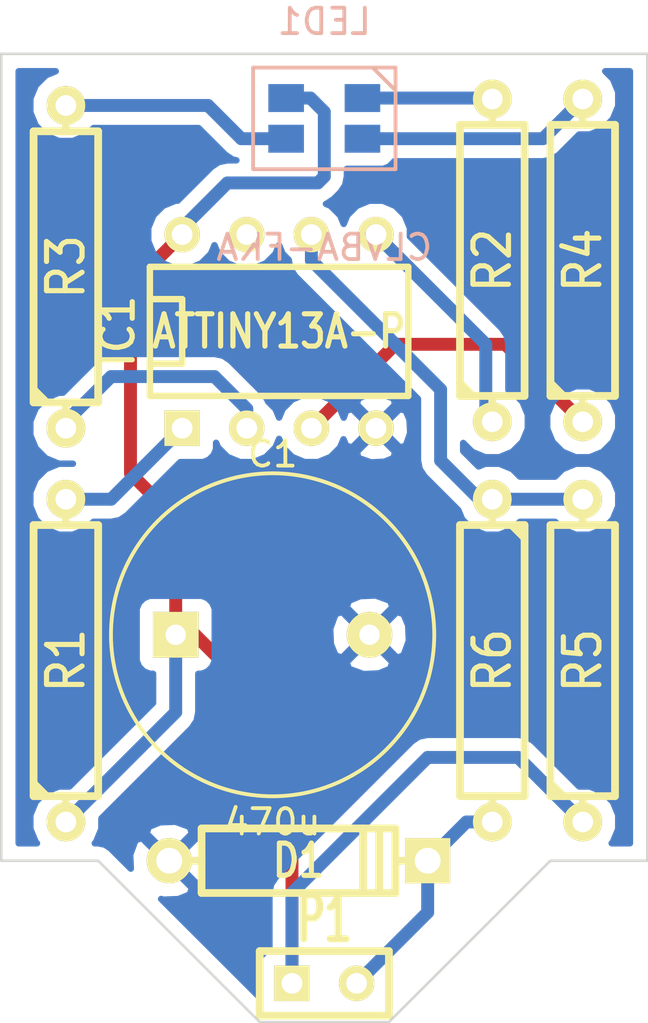
<source format=kicad_pcb>
(kicad_pcb (version 3) (host pcbnew "(2013-may-18)-stable")

  (general
    (links 18)
    (no_connects 0)
    (area 0 0 0 0)
    (thickness 1.6)
    (drawings 8)
    (tracks 50)
    (zones 0)
    (modules 11)
    (nets 12)
  )

  (page A3)
  (layers
    (15 F.Cu signal)
    (0 B.Cu signal)
    (16 B.Adhes user)
    (17 F.Adhes user)
    (18 B.Paste user)
    (19 F.Paste user)
    (20 B.SilkS user)
    (21 F.SilkS user)
    (22 B.Mask user)
    (23 F.Mask user)
    (24 Dwgs.User user)
    (25 Cmts.User user)
    (26 Eco1.User user)
    (27 Eco2.User user)
    (28 Edge.Cuts user)
  )

  (setup
    (last_trace_width 0.508)
    (trace_clearance 0.381)
    (zone_clearance 0.508)
    (zone_45_only no)
    (trace_min 0.254)
    (segment_width 0.2)
    (edge_width 0.1)
    (via_size 0.889)
    (via_drill 0.635)
    (via_min_size 0.889)
    (via_min_drill 0.508)
    (uvia_size 0.508)
    (uvia_drill 0.127)
    (uvias_allowed no)
    (uvia_min_size 0.508)
    (uvia_min_drill 0.127)
    (pcb_text_width 0.3)
    (pcb_text_size 1.5 1.5)
    (mod_edge_width 0.15)
    (mod_text_size 1 1)
    (mod_text_width 0.15)
    (pad_size 1.8 1.8)
    (pad_drill 0.8)
    (pad_to_mask_clearance 0)
    (aux_axis_origin 0 0)
    (visible_elements FFFFFFBF)
    (pcbplotparams
      (layerselection 3178497)
      (usegerberextensions true)
      (excludeedgelayer true)
      (linewidth 0.150000)
      (plotframeref false)
      (viasonmask false)
      (mode 1)
      (useauxorigin false)
      (hpglpennumber 1)
      (hpglpenspeed 20)
      (hpglpendiameter 15)
      (hpglpenoverlay 2)
      (psnegative false)
      (psa4output false)
      (plotreference true)
      (plotvalue true)
      (plotothertext true)
      (plotinvisibletext false)
      (padsonsilk false)
      (subtractmaskfromsilk false)
      (outputformat 1)
      (mirror false)
      (drillshape 1)
      (scaleselection 1)
      (outputdirectory ""))
  )

  (net 0 "")
  (net 1 /Vsense)
  (net 2 GND)
  (net 3 N-000001)
  (net 4 N-0000010)
  (net 5 N-0000011)
  (net 6 N-000002)
  (net 7 N-000004)
  (net 8 N-000007)
  (net 9 N-000008)
  (net 10 N-000009)
  (net 11 VCC)

  (net_class Default "This is the default net class."
    (clearance 0.381)
    (trace_width 0.508)
    (via_dia 0.889)
    (via_drill 0.635)
    (uvia_dia 0.508)
    (uvia_drill 0.127)
    (add_net "")
    (add_net /Vsense)
    (add_net GND)
    (add_net N-000001)
    (add_net N-0000010)
    (add_net N-0000011)
    (add_net N-000002)
    (add_net N-000004)
    (add_net N-000007)
    (add_net N-000008)
    (add_net N-000009)
    (add_net VCC)
  )

  (module SIL-2 (layer F.Cu) (tedit 200000) (tstamp 55282C58)
    (at 114.3 87.376)
    (descr "Connecteurs 2 pins")
    (tags "CONN DEV")
    (path /552817F0)
    (fp_text reference P1 (at 0 -2.54) (layer F.SilkS)
      (effects (font (size 1.72974 1.08712) (thickness 0.3048)))
    )
    (fp_text value CONN_2 (at 0 -2.54) (layer F.SilkS) hide
      (effects (font (size 1.524 1.016) (thickness 0.3048)))
    )
    (fp_line (start -2.54 1.27) (end -2.54 -1.27) (layer F.SilkS) (width 0.3048))
    (fp_line (start -2.54 -1.27) (end 2.54 -1.27) (layer F.SilkS) (width 0.3048))
    (fp_line (start 2.54 -1.27) (end 2.54 1.27) (layer F.SilkS) (width 0.3048))
    (fp_line (start 2.54 1.27) (end -2.54 1.27) (layer F.SilkS) (width 0.3048))
    (pad 1 thru_hole rect (at -1.27 0) (size 1.397 1.397) (drill 0.8128)
      (layers *.Cu *.Mask F.SilkS)
      (net 11 VCC)
    )
    (pad 2 thru_hole circle (at 1.27 0) (size 1.397 1.397) (drill 0.8128)
      (layers *.Cu *.Mask F.SilkS)
      (net 7 N-000004)
    )
  )

  (module R5 (layer F.Cu) (tedit 200000) (tstamp 55282C65)
    (at 120.904 74.676 270)
    (descr "Resistance 5 pas")
    (tags R)
    (path /5528183A)
    (autoplace_cost180 10)
    (fp_text reference R6 (at 0 0 270) (layer F.SilkS)
      (effects (font (size 1.397 1.27) (thickness 0.2032)))
    )
    (fp_text value 2K2 (at 0 0 270) (layer F.SilkS) hide
      (effects (font (size 1.397 1.27) (thickness 0.2032)))
    )
    (fp_line (start -6.35 0) (end -5.334 0) (layer F.SilkS) (width 0.3048))
    (fp_line (start 6.35 0) (end 5.334 0) (layer F.SilkS) (width 0.3048))
    (fp_line (start 5.334 -1.27) (end 5.334 1.27) (layer F.SilkS) (width 0.3048))
    (fp_line (start 5.334 1.27) (end -5.334 1.27) (layer F.SilkS) (width 0.3048))
    (fp_line (start -5.334 1.27) (end -5.334 -1.27) (layer F.SilkS) (width 0.3048))
    (fp_line (start -5.334 -1.27) (end 5.334 -1.27) (layer F.SilkS) (width 0.3048))
    (fp_line (start -5.334 -0.762) (end -4.826 -1.27) (layer F.SilkS) (width 0.3048))
    (pad 1 thru_hole circle (at -6.35 0 270) (size 1.524 1.524) (drill 0.8128)
      (layers *.Cu *.Mask F.SilkS)
      (net 1 /Vsense)
    )
    (pad 2 thru_hole circle (at 6.35 0 270) (size 1.524 1.524) (drill 0.8128)
      (layers *.Cu *.Mask F.SilkS)
      (net 7 N-000004)
    )
    (model discret/resistor.wrl
      (at (xyz 0 0 0))
      (scale (xyz 0.5 0.5 0.5))
      (rotate (xyz 0 0 0))
    )
  )

  (module R5 (layer F.Cu) (tedit 200000) (tstamp 55282C72)
    (at 124.46 74.676 90)
    (descr "Resistance 5 pas")
    (tags R)
    (path /55281849)
    (autoplace_cost180 10)
    (fp_text reference R5 (at 0 0 90) (layer F.SilkS)
      (effects (font (size 1.397 1.27) (thickness 0.2032)))
    )
    (fp_text value 8K2 (at 0 0 90) (layer F.SilkS) hide
      (effects (font (size 1.397 1.27) (thickness 0.2032)))
    )
    (fp_line (start -6.35 0) (end -5.334 0) (layer F.SilkS) (width 0.3048))
    (fp_line (start 6.35 0) (end 5.334 0) (layer F.SilkS) (width 0.3048))
    (fp_line (start 5.334 -1.27) (end 5.334 1.27) (layer F.SilkS) (width 0.3048))
    (fp_line (start 5.334 1.27) (end -5.334 1.27) (layer F.SilkS) (width 0.3048))
    (fp_line (start -5.334 1.27) (end -5.334 -1.27) (layer F.SilkS) (width 0.3048))
    (fp_line (start -5.334 -1.27) (end 5.334 -1.27) (layer F.SilkS) (width 0.3048))
    (fp_line (start -5.334 -0.762) (end -4.826 -1.27) (layer F.SilkS) (width 0.3048))
    (pad 1 thru_hole circle (at -6.35 0 90) (size 1.524 1.524) (drill 0.8128)
      (layers *.Cu *.Mask F.SilkS)
      (net 11 VCC)
    )
    (pad 2 thru_hole circle (at 6.35 0 90) (size 1.524 1.524) (drill 0.8128)
      (layers *.Cu *.Mask F.SilkS)
      (net 1 /Vsense)
    )
    (model discret/resistor.wrl
      (at (xyz 0 0 0))
      (scale (xyz 0.5 0.5 0.5))
      (rotate (xyz 0 0 0))
    )
  )

  (module R5 (layer F.Cu) (tedit 200000) (tstamp 55282C7F)
    (at 120.904 58.928 90)
    (descr "Resistance 5 pas")
    (tags R)
    (path /55281935)
    (autoplace_cost180 10)
    (fp_text reference R2 (at 0 0 90) (layer F.SilkS)
      (effects (font (size 1.397 1.27) (thickness 0.2032)))
    )
    (fp_text value R (at 0 0 90) (layer F.SilkS) hide
      (effects (font (size 1.397 1.27) (thickness 0.2032)))
    )
    (fp_line (start -6.35 0) (end -5.334 0) (layer F.SilkS) (width 0.3048))
    (fp_line (start 6.35 0) (end 5.334 0) (layer F.SilkS) (width 0.3048))
    (fp_line (start 5.334 -1.27) (end 5.334 1.27) (layer F.SilkS) (width 0.3048))
    (fp_line (start 5.334 1.27) (end -5.334 1.27) (layer F.SilkS) (width 0.3048))
    (fp_line (start -5.334 1.27) (end -5.334 -1.27) (layer F.SilkS) (width 0.3048))
    (fp_line (start -5.334 -1.27) (end 5.334 -1.27) (layer F.SilkS) (width 0.3048))
    (fp_line (start -5.334 -0.762) (end -4.826 -1.27) (layer F.SilkS) (width 0.3048))
    (pad 1 thru_hole circle (at -6.35 0 90) (size 1.524 1.524) (drill 0.8128)
      (layers *.Cu *.Mask F.SilkS)
      (net 6 N-000002)
    )
    (pad 2 thru_hole circle (at 6.35 0 90) (size 1.524 1.524) (drill 0.8128)
      (layers *.Cu *.Mask F.SilkS)
      (net 10 N-000009)
    )
    (model discret/resistor.wrl
      (at (xyz 0 0 0))
      (scale (xyz 0.5 0.5 0.5))
      (rotate (xyz 0 0 0))
    )
  )

  (module R5 (layer F.Cu) (tedit 200000) (tstamp 55282C8C)
    (at 104.14 59.182 90)
    (descr "Resistance 5 pas")
    (tags R)
    (path /55281944)
    (autoplace_cost180 10)
    (fp_text reference R3 (at 0 0 90) (layer F.SilkS)
      (effects (font (size 1.397 1.27) (thickness 0.2032)))
    )
    (fp_text value R (at 0 0 90) (layer F.SilkS) hide
      (effects (font (size 1.397 1.27) (thickness 0.2032)))
    )
    (fp_line (start -6.35 0) (end -5.334 0) (layer F.SilkS) (width 0.3048))
    (fp_line (start 6.35 0) (end 5.334 0) (layer F.SilkS) (width 0.3048))
    (fp_line (start 5.334 -1.27) (end 5.334 1.27) (layer F.SilkS) (width 0.3048))
    (fp_line (start 5.334 1.27) (end -5.334 1.27) (layer F.SilkS) (width 0.3048))
    (fp_line (start -5.334 1.27) (end -5.334 -1.27) (layer F.SilkS) (width 0.3048))
    (fp_line (start -5.334 -1.27) (end 5.334 -1.27) (layer F.SilkS) (width 0.3048))
    (fp_line (start -5.334 -0.762) (end -4.826 -1.27) (layer F.SilkS) (width 0.3048))
    (pad 1 thru_hole circle (at -6.35 0 90) (size 1.524 1.524) (drill 0.8128)
      (layers *.Cu *.Mask F.SilkS)
      (net 3 N-000001)
    )
    (pad 2 thru_hole circle (at 6.35 0 90) (size 1.524 1.524) (drill 0.8128)
      (layers *.Cu *.Mask F.SilkS)
      (net 9 N-000008)
    )
    (model discret/resistor.wrl
      (at (xyz 0 0 0))
      (scale (xyz 0.5 0.5 0.5))
      (rotate (xyz 0 0 0))
    )
  )

  (module R5 (layer F.Cu) (tedit 200000) (tstamp 55282C99)
    (at 124.46 58.928 90)
    (descr "Resistance 5 pas")
    (tags R)
    (path /55281953)
    (autoplace_cost180 10)
    (fp_text reference R4 (at 0 0 90) (layer F.SilkS)
      (effects (font (size 1.397 1.27) (thickness 0.2032)))
    )
    (fp_text value R (at 0 0 90) (layer F.SilkS) hide
      (effects (font (size 1.397 1.27) (thickness 0.2032)))
    )
    (fp_line (start -6.35 0) (end -5.334 0) (layer F.SilkS) (width 0.3048))
    (fp_line (start 6.35 0) (end 5.334 0) (layer F.SilkS) (width 0.3048))
    (fp_line (start 5.334 -1.27) (end 5.334 1.27) (layer F.SilkS) (width 0.3048))
    (fp_line (start 5.334 1.27) (end -5.334 1.27) (layer F.SilkS) (width 0.3048))
    (fp_line (start -5.334 1.27) (end -5.334 -1.27) (layer F.SilkS) (width 0.3048))
    (fp_line (start -5.334 -1.27) (end 5.334 -1.27) (layer F.SilkS) (width 0.3048))
    (fp_line (start -5.334 -0.762) (end -4.826 -1.27) (layer F.SilkS) (width 0.3048))
    (pad 1 thru_hole circle (at -6.35 0 90) (size 1.524 1.524) (drill 0.8128)
      (layers *.Cu *.Mask F.SilkS)
      (net 5 N-0000011)
    )
    (pad 2 thru_hole circle (at 6.35 0 90) (size 1.524 1.524) (drill 0.8128)
      (layers *.Cu *.Mask F.SilkS)
      (net 8 N-000007)
    )
    (model discret/resistor.wrl
      (at (xyz 0 0 0))
      (scale (xyz 0.5 0.5 0.5))
      (rotate (xyz 0 0 0))
    )
  )

  (module R5 (layer F.Cu) (tedit 200000) (tstamp 55282CA6)
    (at 104.14 74.676 90)
    (descr "Resistance 5 pas")
    (tags R)
    (path /552819EC)
    (autoplace_cost180 10)
    (fp_text reference R1 (at 0 0 90) (layer F.SilkS)
      (effects (font (size 1.397 1.27) (thickness 0.2032)))
    )
    (fp_text value 10K (at 0 0 90) (layer F.SilkS) hide
      (effects (font (size 1.397 1.27) (thickness 0.2032)))
    )
    (fp_line (start -6.35 0) (end -5.334 0) (layer F.SilkS) (width 0.3048))
    (fp_line (start 6.35 0) (end 5.334 0) (layer F.SilkS) (width 0.3048))
    (fp_line (start 5.334 -1.27) (end 5.334 1.27) (layer F.SilkS) (width 0.3048))
    (fp_line (start 5.334 1.27) (end -5.334 1.27) (layer F.SilkS) (width 0.3048))
    (fp_line (start -5.334 1.27) (end -5.334 -1.27) (layer F.SilkS) (width 0.3048))
    (fp_line (start -5.334 -1.27) (end 5.334 -1.27) (layer F.SilkS) (width 0.3048))
    (fp_line (start -5.334 -0.762) (end -4.826 -1.27) (layer F.SilkS) (width 0.3048))
    (pad 1 thru_hole circle (at -6.35 0 90) (size 1.524 1.524) (drill 0.8128)
      (layers *.Cu *.Mask F.SilkS)
      (net 11 VCC)
    )
    (pad 2 thru_hole circle (at 6.35 0 90) (size 1.524 1.524) (drill 0.8128)
      (layers *.Cu *.Mask F.SilkS)
      (net 4 N-0000010)
    )
    (model discret/resistor.wrl
      (at (xyz 0 0 0))
      (scale (xyz 0.5 0.5 0.5))
      (rotate (xyz 0 0 0))
    )
  )

  (module D4 (layer F.Cu) (tedit 200000) (tstamp 55282CB4)
    (at 113.284 82.55)
    (descr "Diode 4 pas")
    (tags "DIODE DEV")
    (path /55281544)
    (fp_text reference D1 (at 0 0) (layer F.SilkS)
      (effects (font (size 1.27 1.016) (thickness 0.2032)))
    )
    (fp_text value 1N4148 (at 0 0) (layer F.SilkS) hide
      (effects (font (size 1.27 1.016) (thickness 0.2032)))
    )
    (fp_line (start -3.81 -1.27) (end 3.81 -1.27) (layer F.SilkS) (width 0.3048))
    (fp_line (start 3.81 -1.27) (end 3.81 1.27) (layer F.SilkS) (width 0.3048))
    (fp_line (start 3.81 1.27) (end -3.81 1.27) (layer F.SilkS) (width 0.3048))
    (fp_line (start -3.81 1.27) (end -3.81 -1.27) (layer F.SilkS) (width 0.3048))
    (fp_line (start 3.175 -1.27) (end 3.175 1.27) (layer F.SilkS) (width 0.3048))
    (fp_line (start 2.54 1.27) (end 2.54 -1.27) (layer F.SilkS) (width 0.3048))
    (fp_line (start -3.81 0) (end -5.08 0) (layer F.SilkS) (width 0.3048))
    (fp_line (start 3.81 0) (end 5.08 0) (layer F.SilkS) (width 0.3048))
    (pad 1 thru_hole circle (at -5.08 0) (size 1.778 1.778) (drill 1.016)
      (layers *.Cu *.Mask F.SilkS)
      (net 2 GND)
    )
    (pad 2 thru_hole rect (at 5.08 0) (size 1.778 1.778) (drill 1.016)
      (layers *.Cu *.Mask F.SilkS)
      (net 7 N-000004)
    )
    (model discret/diode.wrl
      (at (xyz 0 0 0))
      (scale (xyz 0.4 0.4 0.4))
      (rotate (xyz 0 0 0))
    )
  )

  (module CP3V (layer F.Cu) (tedit 5528214F) (tstamp 55282CBB)
    (at 112.268 73.66)
    (path /55281535)
    (fp_text reference C1 (at 0 -7.112) (layer F.SilkS)
      (effects (font (size 1 1) (thickness 0.15)))
    )
    (fp_text value 470u (at 0 7.366) (layer F.SilkS)
      (effects (font (size 1 1) (thickness 0.15)))
    )
    (fp_circle (center 0 0) (end 6.35 0.254) (layer F.SilkS) (width 0.15))
    (pad 1 thru_hole rect (at -3.81 0) (size 1.8 1.8) (drill 0.8)
      (layers *.Cu *.Mask F.SilkS)
      (net 11 VCC)
    )
    (pad 2 thru_hole circle (at 3.81 0) (size 1.8 1.8) (drill 0.8)
      (layers *.Cu *.Mask F.SilkS)
      (net 2 GND)
    )
  )

  (module 4-PLCC (layer B.Cu) (tedit 55281F19) (tstamp 55282CC8)
    (at 114.3 53.34 180)
    (path /55281BE1)
    (fp_text reference LED1 (at 0 3.81 180) (layer B.SilkS)
      (effects (font (size 1 1) (thickness 0.15)) (justify mirror))
    )
    (fp_text value CLVBA-FKA (at 0 -5.08 180) (layer B.SilkS)
      (effects (font (size 1 1) (thickness 0.15)) (justify mirror))
    )
    (fp_line (start -2.8 1.1) (end -1.9 2) (layer B.SilkS) (width 0.15))
    (fp_line (start -2.8 2) (end 2.8 2) (layer B.SilkS) (width 0.15))
    (fp_line (start 2.8 2) (end 2.8 -2) (layer B.SilkS) (width 0.15))
    (fp_line (start 2.8 -2) (end -2.8 -2) (layer B.SilkS) (width 0.15))
    (fp_line (start -2.8 -2) (end -2.8 2) (layer B.SilkS) (width 0.15))
    (pad 1 smd rect (at -1.5 0.8 180) (size 1.4 1.1)
      (layers B.Cu B.Paste B.Mask)
      (net 10 N-000009)
    )
    (pad 2 smd rect (at 1.5 0.8 180) (size 1.4 1.1)
      (layers B.Cu B.Paste B.Mask)
      (net 11 VCC)
    )
    (pad 3 smd rect (at -1.5 -0.8 180) (size 1.4 1.1)
      (layers B.Cu B.Paste B.Mask)
      (net 8 N-000007)
    )
    (pad 4 smd rect (at 1.5 -0.8 180) (size 1.4 1.1)
      (layers B.Cu B.Paste B.Mask)
      (net 9 N-000008)
    )
  )

  (module DIP-8__300 (layer F.Cu) (tedit 43A7F843) (tstamp 55282CDB)
    (at 112.522 61.722)
    (descr "8 pins DIL package, round pads")
    (tags DIL)
    (path /552814F1)
    (fp_text reference IC1 (at -6.35 0 90) (layer F.SilkS)
      (effects (font (size 1.27 1.143) (thickness 0.2032)))
    )
    (fp_text value ATTINY13A-P (at 0 0) (layer F.SilkS)
      (effects (font (size 1.27 1.016) (thickness 0.2032)))
    )
    (fp_line (start -5.08 -1.27) (end -3.81 -1.27) (layer F.SilkS) (width 0.254))
    (fp_line (start -3.81 -1.27) (end -3.81 1.27) (layer F.SilkS) (width 0.254))
    (fp_line (start -3.81 1.27) (end -5.08 1.27) (layer F.SilkS) (width 0.254))
    (fp_line (start -5.08 -2.54) (end 5.08 -2.54) (layer F.SilkS) (width 0.254))
    (fp_line (start 5.08 -2.54) (end 5.08 2.54) (layer F.SilkS) (width 0.254))
    (fp_line (start 5.08 2.54) (end -5.08 2.54) (layer F.SilkS) (width 0.254))
    (fp_line (start -5.08 2.54) (end -5.08 -2.54) (layer F.SilkS) (width 0.254))
    (pad 1 thru_hole rect (at -3.81 3.81) (size 1.397 1.397) (drill 0.8128)
      (layers *.Cu *.Mask F.SilkS)
      (net 4 N-0000010)
    )
    (pad 2 thru_hole circle (at -1.27 3.81) (size 1.397 1.397) (drill 0.8128)
      (layers *.Cu *.Mask F.SilkS)
      (net 3 N-000001)
    )
    (pad 3 thru_hole circle (at 1.27 3.81) (size 1.397 1.397) (drill 0.8128)
      (layers *.Cu *.Mask F.SilkS)
      (net 5 N-0000011)
    )
    (pad 4 thru_hole circle (at 3.81 3.81) (size 1.397 1.397) (drill 0.8128)
      (layers *.Cu *.Mask F.SilkS)
      (net 2 GND)
    )
    (pad 5 thru_hole circle (at 3.81 -3.81) (size 1.397 1.397) (drill 0.8128)
      (layers *.Cu *.Mask F.SilkS)
      (net 6 N-000002)
    )
    (pad 6 thru_hole circle (at 1.27 -3.81) (size 1.397 1.397) (drill 0.8128)
      (layers *.Cu *.Mask F.SilkS)
      (net 1 /Vsense)
    )
    (pad 7 thru_hole circle (at -1.27 -3.81) (size 1.397 1.397) (drill 0.8128)
      (layers *.Cu *.Mask F.SilkS)
    )
    (pad 8 thru_hole circle (at -3.81 -3.81) (size 1.397 1.397) (drill 0.8128)
      (layers *.Cu *.Mask F.SilkS)
      (net 11 VCC)
    )
    (model dil/dil_8.wrl
      (at (xyz 0 0 0))
      (scale (xyz 1 1 1))
      (rotate (xyz 0 0 0))
    )
  )

  (gr_line (start 105.41 82.55) (end 101.6 82.55) (angle 90) (layer Edge.Cuts) (width 0.1))
  (gr_line (start 111.76 88.9) (end 105.41 82.55) (angle 90) (layer Edge.Cuts) (width 0.1))
  (gr_line (start 123.19 82.55) (end 127 82.55) (angle 90) (layer Edge.Cuts) (width 0.1))
  (gr_line (start 116.84 88.9) (end 123.19 82.55) (angle 90) (layer Edge.Cuts) (width 0.1))
  (gr_line (start 101.6 82.55) (end 101.6 50.8) (angle 90) (layer Edge.Cuts) (width 0.1))
  (gr_line (start 116.84 88.9) (end 111.76 88.9) (angle 90) (layer Edge.Cuts) (width 0.1))
  (gr_line (start 127 50.8) (end 127 82.55) (angle 90) (layer Edge.Cuts) (width 0.1))
  (gr_line (start 101.6 50.8) (end 127 50.8) (angle 90) (layer Edge.Cuts) (width 0.1))

  (segment (start 120.904 68.326) (end 120.396 68.326) (width 0.508) (layer B.Cu) (net 1))
  (segment (start 113.792 58.928) (end 113.792 57.912) (width 0.508) (layer B.Cu) (net 1) (tstamp 55282F40))
  (segment (start 118.872 64.008) (end 113.792 58.928) (width 0.508) (layer B.Cu) (net 1) (tstamp 55282F3E))
  (segment (start 118.872 66.802) (end 118.872 64.008) (width 0.508) (layer B.Cu) (net 1) (tstamp 55282F3D))
  (segment (start 120.396 68.326) (end 118.872 66.802) (width 0.508) (layer B.Cu) (net 1) (tstamp 55282F3C))
  (segment (start 124.46 68.326) (end 120.904 68.326) (width 0.508) (layer B.Cu) (net 1))
  (segment (start 104.14 65.532) (end 104.14 65.278) (width 0.508) (layer B.Cu) (net 3))
  (segment (start 111.252 64.77) (end 111.252 65.532) (width 0.508) (layer B.Cu) (net 3) (tstamp 55282F1A))
  (segment (start 109.982 63.5) (end 111.252 64.77) (width 0.508) (layer B.Cu) (net 3) (tstamp 55282F19))
  (segment (start 105.918 63.5) (end 109.982 63.5) (width 0.508) (layer B.Cu) (net 3) (tstamp 55282F18))
  (segment (start 104.14 65.278) (end 105.918 63.5) (width 0.508) (layer B.Cu) (net 3) (tstamp 55282F17))
  (segment (start 104.14 68.326) (end 105.918 68.326) (width 0.508) (layer B.Cu) (net 4))
  (segment (start 105.918 68.326) (end 108.712 65.532) (width 0.508) (layer B.Cu) (net 4) (tstamp 55282F1D))
  (segment (start 124.46 65.278) (end 121.412 62.23) (width 0.508) (layer F.Cu) (net 5))
  (segment (start 117.094 62.23) (end 113.792 65.532) (width 0.508) (layer F.Cu) (net 5) (tstamp 55282F45))
  (segment (start 121.412 62.23) (end 117.094 62.23) (width 0.508) (layer F.Cu) (net 5) (tstamp 55282F44))
  (segment (start 116.332 57.912) (end 120.65 62.23) (width 0.508) (layer B.Cu) (net 6))
  (segment (start 120.65 65.024) (end 120.904 65.278) (width 0.508) (layer B.Cu) (net 6) (tstamp 55282F61))
  (segment (start 120.65 62.23) (end 120.65 65.024) (width 0.508) (layer B.Cu) (net 6) (tstamp 55282F60))
  (segment (start 118.364 82.55) (end 118.364 84.582) (width 0.508) (layer B.Cu) (net 7))
  (segment (start 118.364 84.582) (end 115.57 87.376) (width 0.508) (layer B.Cu) (net 7) (tstamp 55282F2E))
  (segment (start 120.904 81.026) (end 119.888 81.026) (width 0.508) (layer B.Cu) (net 7))
  (segment (start 119.888 81.026) (end 118.364 82.55) (width 0.508) (layer B.Cu) (net 7) (tstamp 55282F2B))
  (segment (start 115.8 54.14) (end 122.898 54.14) (width 0.508) (layer B.Cu) (net 8))
  (segment (start 122.898 54.14) (end 124.46 52.578) (width 0.508) (layer B.Cu) (net 8) (tstamp 55282F04))
  (segment (start 112.8 54.14) (end 111.036 54.14) (width 0.508) (layer B.Cu) (net 9))
  (segment (start 109.728 52.832) (end 104.14 52.832) (width 0.508) (layer B.Cu) (net 9) (tstamp 55282F01))
  (segment (start 111.036 54.14) (end 109.728 52.832) (width 0.508) (layer B.Cu) (net 9) (tstamp 55282F00))
  (segment (start 115.8 52.54) (end 120.866 52.54) (width 0.508) (layer B.Cu) (net 10))
  (segment (start 120.866 52.54) (end 120.904 52.578) (width 0.508) (layer B.Cu) (net 10) (tstamp 55282F07))
  (segment (start 108.458 73.66) (end 109.22 73.66) (width 0.508) (layer F.Cu) (net 11))
  (segment (start 113.03 77.47) (end 113.03 87.376) (width 0.508) (layer F.Cu) (net 11) (tstamp 55282F51))
  (segment (start 109.22 73.66) (end 113.03 77.47) (width 0.508) (layer F.Cu) (net 11) (tstamp 55282F50))
  (segment (start 108.458 73.66) (end 108.458 69.088) (width 0.508) (layer F.Cu) (net 11))
  (segment (start 106.68 59.944) (end 108.712 57.912) (width 0.508) (layer F.Cu) (net 11) (tstamp 55282F4C))
  (segment (start 106.68 67.31) (end 106.68 59.944) (width 0.508) (layer F.Cu) (net 11) (tstamp 55282F4B))
  (segment (start 108.458 69.088) (end 106.68 67.31) (width 0.508) (layer F.Cu) (net 11) (tstamp 55282F49))
  (segment (start 124.46 81.026) (end 121.92 78.486) (width 0.508) (layer B.Cu) (net 11))
  (segment (start 121.92 78.486) (end 118.364 78.486) (width 0.508) (layer B.Cu) (net 11) (tstamp 55282F32))
  (segment (start 118.364 78.486) (end 113.03 83.82) (width 0.508) (layer B.Cu) (net 11) (tstamp 55282F33))
  (segment (start 113.03 83.82) (end 113.03 87.376) (width 0.508) (layer B.Cu) (net 11) (tstamp 55282F34))
  (segment (start 108.458 73.66) (end 108.458 76.708) (width 0.508) (layer B.Cu) (net 11))
  (segment (start 108.458 76.708) (end 104.14 81.026) (width 0.508) (layer B.Cu) (net 11) (tstamp 55282F21))
  (segment (start 108.712 57.912) (end 108.712 57.658) (width 0.508) (layer B.Cu) (net 11))
  (segment (start 108.712 57.658) (end 110.49 55.88) (width 0.508) (layer B.Cu) (net 11) (tstamp 55282EF8))
  (segment (start 110.49 55.88) (end 114.046 55.88) (width 0.508) (layer B.Cu) (net 11) (tstamp 55282EF9))
  (segment (start 114.046 55.88) (end 114.3 55.626) (width 0.508) (layer B.Cu) (net 11) (tstamp 55282EFA))
  (segment (start 114.3 55.626) (end 114.3 53.086) (width 0.508) (layer B.Cu) (net 11) (tstamp 55282EFB))
  (segment (start 114.3 53.086) (end 113.754 52.54) (width 0.508) (layer B.Cu) (net 11) (tstamp 55282EFC))
  (segment (start 113.754 52.54) (end 112.8 52.54) (width 0.508) (layer B.Cu) (net 11) (tstamp 55282EFD))

  (zone (net 2) (net_name GND) (layer B.Cu) (tstamp 55282F76) (hatch edge 0.508)
    (connect_pads (clearance 0.508))
    (min_thickness 0.254)
    (fill (arc_segments 16) (thermal_gap 0.508) (thermal_bridge_width 0.508) (smoothing fillet))
    (polygon
      (pts
        (xy 127 82.55) (xy 123.19 82.55) (xy 116.84 88.9) (xy 111.76 88.9) (xy 105.41 82.55)
        (xy 101.6 82.55) (xy 101.6 50.8) (xy 127 50.8)
      )
    )
    (filled_polygon
      (pts
        (xy 126.315 81.865) (xy 125.596916 81.865) (xy 125.643628 81.81837) (xy 125.856756 81.305099) (xy 125.857241 80.749339)
        (xy 125.645009 80.235697) (xy 125.25237 79.842372) (xy 124.739099 79.629244) (xy 124.320114 79.628878) (xy 122.548618 77.857382)
        (xy 122.260206 77.664671) (xy 121.92 77.597) (xy 118.364 77.597) (xy 118.023794 77.664671) (xy 117.735382 77.857382)
        (xy 117.677924 77.91484) (xy 117.677924 65.72452) (xy 117.649146 65.194802) (xy 117.501798 64.839072) (xy 117.266186 64.777419)
        (xy 117.086581 64.957024) (xy 117.086581 64.597814) (xy 117.024928 64.362202) (xy 116.52452 64.186076) (xy 115.994802 64.214854)
        (xy 115.639072 64.362202) (xy 115.577419 64.597814) (xy 116.332 65.352395) (xy 117.086581 64.597814) (xy 117.086581 64.957024)
        (xy 116.511605 65.532) (xy 117.266186 66.286581) (xy 117.501798 66.224928) (xy 117.677924 65.72452) (xy 117.677924 77.91484)
        (xy 117.624457 77.968307) (xy 117.624457 73.900663) (xy 117.598838 73.29054) (xy 117.414643 72.845853) (xy 117.158159 72.759446)
        (xy 117.086581 72.831024) (xy 117.086581 66.466186) (xy 116.332 65.711605) (xy 116.152395 65.89121) (xy 116.152395 65.532)
        (xy 115.397814 64.777419) (xy 115.162202 64.839072) (xy 115.063917 65.118316) (xy 114.923145 64.77762) (xy 114.548353 64.402174)
        (xy 114.058413 64.198733) (xy 113.527914 64.19827) (xy 113.03762 64.400855) (xy 112.662174 64.775647) (xy 112.521906 65.113448)
        (xy 112.383145 64.77762) (xy 112.082636 64.476587) (xy 112.073329 64.429795) (xy 112.073329 64.429794) (xy 111.880618 64.141382)
        (xy 110.610618 62.871382) (xy 110.322206 62.678671) (xy 109.982 62.611) (xy 105.918 62.611) (xy 105.917999 62.611)
        (xy 105.577794 62.678671) (xy 105.289382 62.871382) (xy 105.289379 62.871385) (xy 104.025863 64.1349) (xy 103.863339 64.134759)
        (xy 103.349697 64.346991) (xy 102.956372 64.73963) (xy 102.743244 65.252901) (xy 102.742759 65.808661) (xy 102.954991 66.322303)
        (xy 103.34763 66.715628) (xy 103.860901 66.928756) (xy 104.416661 66.929241) (xy 103.863339 66.928759) (xy 103.349697 67.140991)
        (xy 102.956372 67.53363) (xy 102.743244 68.046901) (xy 102.742759 68.602661) (xy 102.954991 69.116303) (xy 103.34763 69.509628)
        (xy 103.860901 69.722756) (xy 104.416661 69.723241) (xy 104.930303 69.511009) (xy 105.226829 69.215) (xy 105.918 69.215)
        (xy 106.258205 69.147329) (xy 106.258206 69.147329) (xy 106.546618 68.954618) (xy 108.635625 66.86561) (xy 109.536255 66.86561)
        (xy 109.769729 66.769141) (xy 109.948513 66.590668) (xy 110.045389 66.357364) (xy 110.04561 66.104745) (xy 110.04561 66.104272)
        (xy 110.120855 66.28638) (xy 110.495647 66.661826) (xy 110.985587 66.865267) (xy 111.516086 66.86573) (xy 112.00638 66.663145)
        (xy 112.381826 66.288353) (xy 112.522093 65.950551) (xy 112.660855 66.28638) (xy 113.035647 66.661826) (xy 113.525587 66.865267)
        (xy 114.056086 66.86573) (xy 114.54638 66.663145) (xy 114.921826 66.288353) (xy 115.055314 65.966877) (xy 115.162202 66.224928)
        (xy 115.397814 66.286581) (xy 116.152395 65.532) (xy 116.152395 65.89121) (xy 115.577419 66.466186) (xy 115.639072 66.701798)
        (xy 116.13948 66.877924) (xy 116.669198 66.849146) (xy 117.024928 66.701798) (xy 117.086581 66.466186) (xy 117.086581 72.831024)
        (xy 116.978554 72.939051) (xy 116.978554 72.579841) (xy 116.892147 72.323357) (xy 116.318663 72.113543) (xy 115.70854 72.139162)
        (xy 115.263853 72.323357) (xy 115.177446 72.579841) (xy 116.078 73.480395) (xy 116.978554 72.579841) (xy 116.978554 72.939051)
        (xy 116.257605 73.66) (xy 117.158159 74.560554) (xy 117.414643 74.474147) (xy 117.624457 73.900663) (xy 117.624457 77.968307)
        (xy 116.978554 78.61421) (xy 116.978554 74.740159) (xy 116.078 73.839605) (xy 115.898395 74.01921) (xy 115.898395 73.66)
        (xy 114.997841 72.759446) (xy 114.741357 72.845853) (xy 114.531543 73.419337) (xy 114.557162 74.02946) (xy 114.741357 74.474147)
        (xy 114.997841 74.560554) (xy 115.898395 73.66) (xy 115.898395 74.01921) (xy 115.177446 74.740159) (xy 115.263853 74.996643)
        (xy 115.837337 75.206457) (xy 116.44746 75.180838) (xy 116.892147 74.996643) (xy 116.978554 74.740159) (xy 116.978554 78.61421)
        (xy 112.401382 83.191382) (xy 112.208671 83.479794) (xy 112.141 83.82) (xy 112.141 86.069141) (xy 111.972271 86.138859)
        (xy 111.793487 86.317332) (xy 111.696611 86.550636) (xy 111.69639 86.803255) (xy 111.69639 87.867654) (xy 109.739514 85.910778)
        (xy 109.739514 82.788035) (xy 109.713722 82.1823) (xy 109.531539 81.742468) (xy 109.276195 81.65741) (xy 109.09659 81.837015)
        (xy 109.09659 81.477805) (xy 109.011532 81.222461) (xy 108.442035 81.014486) (xy 107.8363 81.040278) (xy 107.396468 81.222461)
        (xy 107.31141 81.477805) (xy 108.204 82.370395) (xy 109.09659 81.477805) (xy 109.09659 81.837015) (xy 108.383605 82.55)
        (xy 109.276195 83.44259) (xy 109.531539 83.357532) (xy 109.739514 82.788035) (xy 109.739514 85.910778) (xy 107.884499 84.055763)
        (xy 107.965965 84.085514) (xy 108.5717 84.059722) (xy 109.011532 83.877539) (xy 109.09659 83.622195) (xy 108.204 82.729605)
        (xy 108.189857 82.743747) (xy 108.010252 82.564142) (xy 108.024395 82.55) (xy 107.131805 81.65741) (xy 106.876461 81.742468)
        (xy 106.668486 82.311965) (xy 106.691958 82.863222) (xy 105.894368 82.065632) (xy 105.672138 81.917143) (xy 105.41 81.865)
        (xy 105.276916 81.865) (xy 105.323628 81.81837) (xy 105.536756 81.305099) (xy 105.537121 80.886114) (xy 109.086618 77.336618)
        (xy 109.279329 77.048206) (xy 109.279329 77.048205) (xy 109.347 76.708) (xy 109.347 75.19511) (xy 109.483755 75.19511)
        (xy 109.717229 75.098641) (xy 109.896013 74.920168) (xy 109.992889 74.686864) (xy 109.99311 74.434245) (xy 109.99311 72.634245)
        (xy 109.896641 72.400771) (xy 109.718168 72.221987) (xy 109.484864 72.125111) (xy 109.232245 72.12489) (xy 107.432245 72.12489)
        (xy 107.198771 72.221359) (xy 107.019987 72.399832) (xy 106.923111 72.633136) (xy 106.92289 72.885755) (xy 106.92289 74.685755)
        (xy 107.019359 74.919229) (xy 107.197832 75.098013) (xy 107.431136 75.194889) (xy 107.569 75.195009) (xy 107.569 76.339764)
        (xy 104.279641 79.629122) (xy 103.863339 79.628759) (xy 103.349697 79.840991) (xy 102.956372 80.23363) (xy 102.743244 80.746901)
        (xy 102.742759 81.302661) (xy 102.954991 81.816303) (xy 103.003603 81.865) (xy 102.285 81.865) (xy 102.285 51.485)
        (xy 103.741746 51.485) (xy 103.349697 51.646991) (xy 102.956372 52.03963) (xy 102.743244 52.552901) (xy 102.742759 53.108661)
        (xy 102.954991 53.622303) (xy 103.34763 54.015628) (xy 103.860901 54.228756) (xy 104.416661 54.229241) (xy 104.930303 54.017009)
        (xy 105.226829 53.721) (xy 109.359764 53.721) (xy 110.407382 54.768618) (xy 110.695794 54.961329) (xy 110.84496 54.991)
        (xy 110.49 54.991) (xy 110.489999 54.991) (xy 110.149794 55.058671) (xy 109.861382 55.251382) (xy 109.861379 55.251385)
        (xy 108.534418 56.578345) (xy 108.447914 56.57827) (xy 107.95762 56.780855) (xy 107.582174 57.155647) (xy 107.378733 57.645587)
        (xy 107.37827 58.176086) (xy 107.580855 58.66638) (xy 107.955647 59.041826) (xy 108.445587 59.245267) (xy 108.976086 59.24573)
        (xy 109.46638 59.043145) (xy 109.841826 58.668353) (xy 109.982093 58.330551) (xy 110.120855 58.66638) (xy 110.495647 59.041826)
        (xy 110.985587 59.245267) (xy 111.516086 59.24573) (xy 112.00638 59.043145) (xy 112.381826 58.668353) (xy 112.522093 58.330551)
        (xy 112.660855 58.66638) (xy 112.903 58.908947) (xy 112.903 58.928) (xy 112.970671 59.268206) (xy 113.163382 59.556618)
        (xy 117.983 64.376236) (xy 117.983 66.802) (xy 118.050671 67.142206) (xy 118.243382 67.430618) (xy 119.57107 68.758306)
        (xy 119.718991 69.116303) (xy 120.11163 69.509628) (xy 120.624901 69.722756) (xy 121.180661 69.723241) (xy 121.694303 69.511009)
        (xy 121.990829 69.215) (xy 123.373515 69.215) (xy 123.66763 69.509628) (xy 124.180901 69.722756) (xy 124.736661 69.723241)
        (xy 125.250303 69.511009) (xy 125.643628 69.11837) (xy 125.856756 68.605099) (xy 125.857241 68.049339) (xy 125.857241 65.001339)
        (xy 125.645009 64.487697) (xy 125.25237 64.094372) (xy 124.739099 63.881244) (xy 124.183339 63.880759) (xy 123.669697 64.092991)
        (xy 123.276372 64.48563) (xy 123.063244 64.998901) (xy 123.062759 65.554661) (xy 123.274991 66.068303) (xy 123.66763 66.461628)
        (xy 124.180901 66.674756) (xy 124.736661 66.675241) (xy 125.250303 66.463009) (xy 125.643628 66.07037) (xy 125.856756 65.557099)
        (xy 125.857241 65.001339) (xy 125.857241 68.049339) (xy 125.645009 67.535697) (xy 125.25237 67.142372) (xy 124.739099 66.929244)
        (xy 124.183339 66.928759) (xy 123.669697 67.140991) (xy 123.37317 67.437) (xy 121.990484 67.437) (xy 121.69637 67.142372)
        (xy 121.183099 66.929244) (xy 120.627339 66.928759) (xy 120.364569 67.037333) (xy 119.761 66.433764) (xy 119.761 66.110385)
        (xy 120.11163 66.461628) (xy 120.624901 66.674756) (xy 121.180661 66.675241) (xy 121.694303 66.463009) (xy 122.087628 66.07037)
        (xy 122.300756 65.557099) (xy 122.301241 65.001339) (xy 122.089009 64.487697) (xy 121.69637 64.094372) (xy 121.539 64.029026)
        (xy 121.539 62.23) (xy 121.471329 61.889795) (xy 121.471329 61.889794) (xy 121.278618 61.601382) (xy 117.665433 57.988197)
        (xy 117.66573 57.647914) (xy 117.463145 57.15762) (xy 117.088353 56.782174) (xy 116.598413 56.578733) (xy 116.067914 56.57827)
        (xy 115.57762 56.780855) (xy 115.202174 57.155647) (xy 115.061906 57.493448) (xy 114.923145 57.15762) (xy 114.548353 56.782174)
        (xy 114.364198 56.705706) (xy 114.386205 56.701329) (xy 114.386206 56.701329) (xy 114.674618 56.508618) (xy 114.928618 56.254618)
        (xy 115.121329 55.966206) (xy 115.189 55.626) (xy 115.189 55.325077) (xy 115.225755 55.32511) (xy 116.625755 55.32511)
        (xy 116.859229 55.228641) (xy 117.038013 55.050168) (xy 117.046802 55.029) (xy 122.898 55.029) (xy 123.238205 54.961329)
        (xy 123.238206 54.961329) (xy 123.526618 54.768618) (xy 124.320358 53.974877) (xy 124.736661 53.975241) (xy 125.250303 53.763009)
        (xy 125.643628 53.37037) (xy 125.856756 52.857099) (xy 125.857241 52.301339) (xy 125.645009 51.787697) (xy 125.342839 51.485)
        (xy 126.315 51.485) (xy 126.315 81.865)
      )
    )
  )
)

</source>
